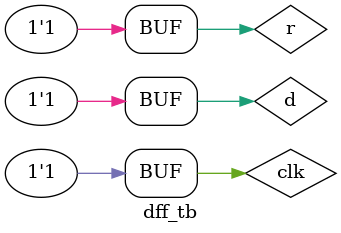
<source format=v>
`timescale 1ns/1ns
 
module dff(q,clk,d,r);
	input d, clk, r ; 
	output q;

	reg q;

	//always @ ( posedge clk )
	//if (~r) begin
	  //q <= 1'b0;
	//end  else begin
	  //q <= d;
	//end
	always @ (posedge clk )
	if (~r) begin
	q <= 1'b0;
	end else begin
	q <= d;
	end
endmodule 

module dff_tb;
	wire q;
	reg d,clk,r;
	dff dff(q, clk, d,r );
	initial
		begin
	 $monitor(q, d, clk, r,);
//   #3 d=1'b0; clk=1'b0;   #5 d=1'b0; clk=1'b1; #3 d=1'b0; clk=1'b1;   #5 d=1'b0; clk=1'b0;
	//  #3 d=1'b0; #2 d=1'b1; #3 d=1'b0; #2 d=1'b1;#2 clk=1'b0; #2 clk=1'b1;#2 clk=1'b0;#2 clk=1'b1;
   #3 d=1'b1;clk=1'b0;r=1'b1;
	#5 d=1'b1;clk=1'b1;r=1'b1;
	#3 d=1'b0;clk=1'b0;r=1'b1;
	#3 d=1'b0;clk=1'b1;r=1'b1;
	#5 d=1'b1;clk=1'b0;r=1'b1;
	#3 d=1'b1;clk=1'b1;r=1'b1;
	//#3 d=1'b1;#3 d=1'b0;#3 d=1'b1;#3 d=1'b0;#3 d=1'b1;#3 d=1'b0;
	//#2 clk=1'b1;#2 clk=1'b0;#2 clk=1'b1;#2 clk=1'b0;#2 clk=1'b1;
	//#5 r=1'b1;#5 r=1'b0;#5 r=1'b1;#5 r=1'b0;#5 r=1'b1;
	end
	always @( d or clk or r)
#1 $display("t=%t",$time," d=%b",d," clk=%b",clk," r=%b",r);
endmodule

</source>
